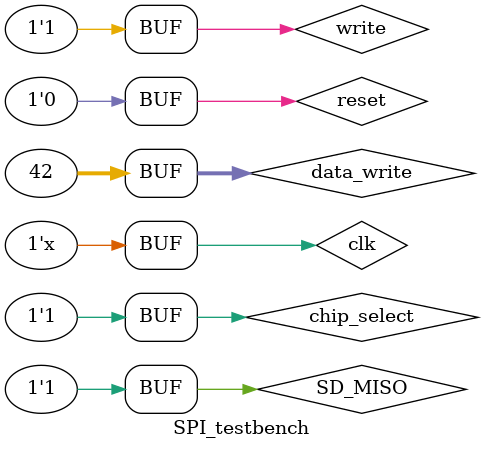
<source format=v>
`timescale 1ns / 1ps


module SPI_testbench();

    reg clk;
    reg write;
    reg [31:0]data_write;
    wire [31:0]data_read;
    reg chip_select;
    reg reset;
    wire SD_CLK;
    wire SD_MOSI;
    reg SD_MISO;
    wire SD_CS;
    
    spi_comm dut(
    .clk(clk),
    .writedata(data_write),
    .write(write),
    .chip_select(chip_select),
    .reset(reset),
    .readdata(data_read),
    .SD_CLK(SD_CLK),
    .SD_MOSI(SD_MOSI),
    .SD_MISO(SD_MISO),
    .SD_CS(SD_CS)
    );
    
    always #5 clk = ~clk;
    initial
    begin
        clk = 1'b0;
        reset = 1'b1;
        SD_MISO = 1'b0;
        data_write = 32'b0;
        chip_select = 1'b1;
        write = 1'b0;
        #20
        reset = 1'b0;
        #10
        data_write = 6'b101010;
        #10
        write = 1'b1;
        #10000
        SD_MISO = 1'b1;
        #40000
        SD_MISO =  1'b0;
        #640
        SD_MISO =  1'b1;
        #640
        SD_MISO =  1'b0;
        #640
        SD_MISO =  1'b1;
        #640
        SD_MISO =  1'b0;
        #640 
        SD_MISO =  1'b1;
        #640 
        SD_MISO =  1'b0;
        #640
        SD_MISO =  1'b1;
        
//        SD_MISO = 1'b0;
//        #10
//        SD_MISO = 1'b1;
//        #10
//        SD_MISO = 1'b0;
//        #10
//        SD_MISO = 1'b1;
//        #10
//        SD_MISO = 1'b0;
//        #10
//        SD_MISO = 1'b1;
//        #10
//        SD_MISO = 1'b0;
//        #10
//        SD_MISO = 1'b1;
       
    end
    
    
    
    
endmodule

</source>
